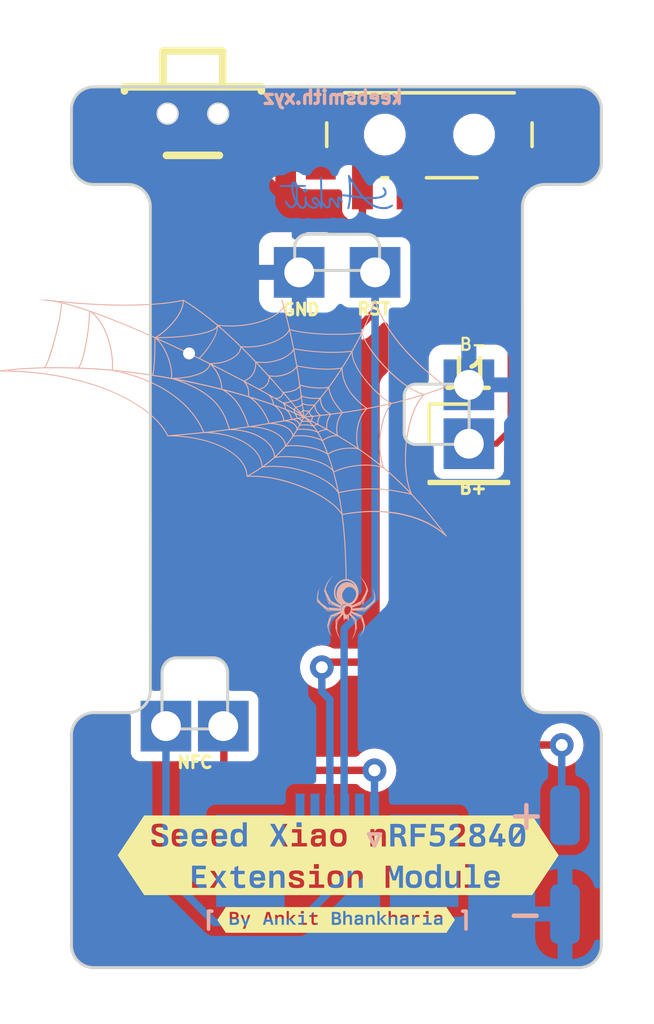
<source format=kicad_pcb>
(kicad_pcb (version 20221018) (generator pcbnew)
  (layers (0 "F.Cu" signal) (31 "B.Cu" signal) (34 "B.Paste" user) (35 "F.Paste" user) (36 "B.SilkS" user "B.Silkscreen") (37 "F.SilkS" user "F.Silkscreen") (38 "B.Mask" user) (39 "F.Mask" user) (44 "Edge.Cuts" user))
  (net 0 "")
  (net 1 "BAT_+")
  (net 2 "RST")
  (net 3 "GND")
  (net 5 "ENC_A")
  (net 6 "ENC_B")
  (net 7 "BAT_++")
  (footprint "kibuzzard-661B5F0D" (layer "F.Cu") (at 121.26 107.06)
    (fp_text reference "kibuzzard-661B5F0D" hide)
    (fp_text value "G***" hide)
  )
  (footprint "GraphicsKicad:snake" (layer "F.Cu") (at 118.74 94.13)
    (fp_text reference "G***" hide)
    (fp_text value "LOGO" hide)
  )
  (footprint "Button_Switch_SMD:SW_SPDT_PCM12" (layer "F.Cu") (at 124.325 83.205 180)
    (fp_text reference "SW2" hide)
    (fp_text value "SW_SPDT" hide)
  )
  (footprint "Connector_PinHeader_2.54mm:PinHeader_1x01_P2.54mm_Vertical" (layer "F.Cu") (at 115.475 102.725)
    (fp_text reference "J9" hide)
    (fp_text value "Conn_01x01" hide)
  )
  (footprint "Connector_PinHeader_2.54mm:PinHeader_1x01_P2.54mm_Vertical" (layer "F.Cu") (at 125.65 93.25)
    (fp_text reference "J1")
    (fp_text value "Conn_01x01_Pin")
  )
  (footprint "GraphicsKicad:snake" (layer "F.Cu") (at 118.74 94.13)
    (fp_text reference "G***" hide)
    (fp_text value "LOGO" hide)
  )
  (footprint "Connector_PinHeader_2.54mm:PinHeader_1x01_P2.54mm_Vertical" (layer "F.Cu") (at 122.5 87.5)
    (fp_text reference "J3" hide)
    (fp_text value "Conn_01x01_Pin" hide)
  )
  (footprint "Connector_PinHeader_2.54mm:PinHeader_1x01_P2.54mm_Vertical" (layer "F.Cu") (at 125.65 91.275)
    (fp_text reference "J4" hide)
    (fp_text value "Conn_01x01_Pin" hide)
  )
  (footprint "Button_Switch_SMD:TC24CA" (layer "F.Cu") (at 116.38 82.94867 180)
    (fp_text reference "U2" hide)
    (fp_text value "TS24CA" hide)
    (fp_circle (center -0.85 0.775) (end -0.5 0.775) (stroke (width 0.05)) (fill none) (layer "Edge.Cuts"))
    (fp_circle (center 0.85 0.775) (end 1.2 0.775) (stroke (width 0.05)) (fill none) (layer "Edge.Cuts"))
  )
  (footprint "GraphicsKicad:signature_small" (layer "F.Cu") (at 129.38 82.91 90)
    (fp_text reference "G***" hide)
    (fp_text value "LOGO" hide)
  )
  (footprint "Connector_PinHeader_2.54mm:PinHeader_1x01_P2.54mm_Vertical" (layer "F.Cu") (at 119.95 87.5)
    (fp_text reference "J2" hide)
    (fp_text value "Conn_01x01_Pin" hide)
  )
  (footprint "GraphicsKicad:signature_small" (layer "F.Cu") (at 129.38 82.91 90)
    (fp_text reference "G***" hide)
    (fp_text value "LOGO" hide)
  )
  (footprint "Connector_PinHeader_2.54mm:PinHeader_1x01_P2.54mm_Vertical" (layer "F.Cu") (at 117.4 102.725)
    (fp_text reference "J8" hide)
    (fp_text value "Conn_01x01" hide)
  )
  (footprint "kibuzzard-661B5F47" (layer "F.Cu") (at 121.19 109.23)
    (fp_text reference "kibuzzard-661B5F47" hide)
    (fp_text value "G***" hide)
  )
  (footprint "Connector_Wire:SolderWirePad_1x01_SMD_1x2mm" (layer "B.Cu") (at 128.88 105.72 180)
    (fp_text reference "J5" hide)
    (fp_text value "Conn_01x01_Pin" hide)
  )
  (footprint "Connector_Wire:SolderWirePad_1x01_SMD_1x2mm" (layer "B.Cu") (at 128.88 109.03 180)
    (fp_text reference "J6" hide)
    (fp_text value "Conn_01x01_Pin" hide)
  )
  (footprint "GraphicsKicad:signature" (layer "B.Cu") (at 121.29 85.14 180)
    (fp_text reference "G***" hide)
    (fp_text value "LOGO" hide)
  )
  (footprint "GraphicsKicad:spider" (layer "B.Cu") (at 117.399999 95.91708 180)
    (fp_text reference "G***" hide)
    (fp_text value "LOGO" hide)
  )
  (footprint "GraphicsKicad:signature" (layer "B.Cu") (at 121.29 85.14 180)
    (fp_text reference "G***" hide)
    (fp_text value "LOGO" hide)
  )
  (footprint "Connector_FFC-FPC:TE_0-1734839-6_1x06-1MP_P0.5mm_Horizontal" (layer "B.Cu") (at 121.23 106.895 180)
    (fp_text reference "J10" hide)
    (fp_text value "Conn_01x05")
  )
  (gr_arc (start 120.190001 87.435032) (mid 119.914227 87.320783) (end 119.8 87.045) (stroke (width 0.1)) (layer "Edge.Cuts"))
  (gr_line (start 115.842092 100.431592) (end 117.04625 100.431592) (stroke (width 0.1)) (layer "Edge.Cuts"))
  (gr_line (start 119.8 86.65) (end 119.8 87.045) (stroke (width 0.1)) (layer "Edge.Cuts"))
  (gr_arc (start 112.3 82.025) (mid 112.51967 81.49467) (end 113.05 81.275) (stroke (width 0.1)) (layer "Edge.Cuts"))
  (gr_arc (start 117.04625 100.431592) (mid 117.399774 100.578056) (end 117.54625 100.931592) (stroke (width 0.1)) (layer "Edge.Cuts"))
  (gr_arc (start 123.864406 93.27563) (mid 123.59 93.16) (end 123.47429 92.885627) (stroke (width 0.1)) (layer "Edge.Cuts"))
  (gr_line (start 115.34 102.82) (end 117.54625 102.82) (stroke (width 0.1)) (layer "Edge.Cuts"))
  (gr_line (start 127.450211 85.299995) (end 127.45 101.525) (stroke (width 0.1)) (layer "Edge.Cuts"))
  (gr_line (start 112.3 83.8) (end 112.3 82.025) (stroke (width 0.1)) (layer "Edge.Cuts"))
  (gr_arc (start 119.8 86.65) (mid 119.925944 86.345944) (end 120.23 86.22) (stroke (width 0.1)) (layer "Edge.Cuts"))
  (gr_arc (start 128.199999 102.275001) (mid 127.669669 102.05533) (end 127.45 101.525) (stroke (width 0.1)) (layer "Edge.Cuts"))
  (gr_arc (start 115.342092 100.931592) (mid 115.488539 100.578039) (end 115.842092 100.431592) (stroke (width 0.1)) (layer "Edge.Cuts"))
  (gr_line (start 117.54625 100.931592) (end 117.54625 102.46425) (stroke (width 0.1)) (layer "Edge.Cuts"))
  (gr_line (start 120.190001 87.435032) (end 122.260038 87.435288) (stroke (width 0.1)) (layer "Edge.Cuts"))
  (gr_line (start 113.05 84.55) (end 114.199143 84.549976) (stroke (width 0.1)) (layer "Edge.Cuts"))
  (gr_arc (start 130.1 110.07967) (mid 129.880331 110.61) (end 129.350001 110.82967) (stroke (width 0.1)) (layer "Edge.Cuts"))
  (gr_line (start 113.05 102.275) (end 114.200001 102.275001) (stroke (width 0.1)) (layer "Edge.Cuts"))
  (gr_line (start 122.65 86.65) (end 122.65 87.045) (stroke (width 0.1)) (layer "Edge.Cuts"))
  (gr_line (start 129.35 84.55) (end 128.2 84.55) (stroke (width 0.1)) (layer "Edge.Cuts"))
  (gr_line (start 130.099999 104.741753) (end 130.1 110.07967) (stroke (width 0.1)) (layer "Edge.Cuts"))
  (gr_line (start 123.864406 93.27563) (end 125.16 93.27) (stroke (width 0.1)) (layer "Edge.Cuts"))
  (gr_line (start 114.95 101.525) (end 114.949142 85.299977) (stroke (width 0.1)) (layer "Edge.Cuts"))
  (gr_line (start 123.476662 91.613616) (end 123.47429 92.885627) (stroke (width 0.1)) (layer "Edge.Cuts"))
  (gr_arc (start 113.05033 110.829671) (mid 112.52 110.61) (end 112.300331 110.07967) (stroke (width 0.1)) (layer "Edge.Cuts"))
  (gr_line (start 120.23 86.22) (end 122.22 86.22) (stroke (width 0.1)) (layer "Edge.Cuts"))
  (gr_arc (start 114.199143 84.549976) (mid 114.729473 84.769647) (end 114.949142 85.299977) (stroke (width 0.1)) (layer "Edge.Cuts"))
  (gr_line (start 130.1 82.025) (end 130.1 83.8) (stroke (width 0.1)) (layer "Edge.Cuts"))
  (gr_line (start 117.54625 102.82) (end 117.54625 102.46425) (stroke (width 0.1)) (layer "Edge.Cuts"))
  (gr_line (start 125.66 91.25) (end 125.15 91.25) (stroke (width 0.1)) (layer "Edge.Cuts"))
  (gr_line (start 128.199999 102.275001) (end 129.35 102.275) (stroke (width 0.1)) (layer "Edge.Cuts"))
  (gr_arc (start 114.95 101.525) (mid 114.730331 102.05533) (end 114.200001 102.275001) (stroke (width 0.1)) (layer "Edge.Cuts"))
  (gr_arc (start 122.65 87.045) (mid 122.535803 87.32086) (end 122.260038 87.435288) (stroke (width 0.1)) (layer "Edge.Cuts"))
  (gr_arc (start 122.22 86.22) (mid 122.524056 86.345944) (end 122.65 86.65) (stroke (width 0.1)) (layer "Edge.Cuts"))
  (gr_arc (start 112.3 103.025) (mid 112.51967 102.49467) (end 113.05 102.275) (stroke (width 0.1)) (layer "Edge.Cuts"))
  (gr_arc (start 129.35 81.275) (mid 129.88033 81.49467) (end 130.1 82.025) (stroke (width 0.1)) (layer "Edge.Cuts"))
  (gr_line (start 113.05 81.275) (end 129.35 81.275) (stroke (width 0.1)) (layer "Edge.Cuts"))
  (gr_line (start 115.34 102.46425) (end 115.342092 100.931592) (stroke (width 0.1)) (layer "Edge.Cuts"))
  (gr_arc (start 129.35 102.275) (mid 129.88033 102.49467) (end 130.1 103.025) (stroke (width 0.1)) (layer "Edge.Cuts"))
  (gr_line (start 129.350001 110.82967) (end 113.05033 110.829671) (stroke (width 0.1)) (layer "Edge.Cuts"))
  (gr_line (start 112.299534 104.774999) (end 112.3 103.025) (stroke (width 0.1)) (layer "Edge.Cuts"))
  (gr_arc (start 127.450211 85.299995) (mid 127.66961 84.769545) (end 128.2 84.55) (stroke (width 0.1)) (layer "Edge.Cuts"))
  (gr_arc (start 130.1 83.8) (mid 129.88033 84.33033) (end 129.35 84.55) (stroke (width 0.1)) (layer "Edge.Cuts"))
  (gr_line (start 130.099999 104.741753) (end 130.1 103.025) (stroke (width 0.1)) (layer "Edge.Cuts"))
  (gr_line (start 125.66 91.25) (end 125.66 93.26) (stroke (width 0.1)) (layer "Edge.Cuts"))
  (gr_line (start 112.299534 104.774999) (end 112.300331 110.07967) (stroke (width 0.1)) (layer "Edge.Cuts"))
  (gr_arc (start 123.476662 91.613616) (mid 123.618043 91.342083) (end 123.91 91.25) (stroke (width 0.1)) (layer "Edge.Cuts"))
  (gr_line (start 115.34 102.82) (end 115.34 102.46425) (stroke (width 0.1)) (layer "Edge.Cuts"))
  (gr_line (start 123.91 91.25) (end 125.15 91.25) (stroke (width 0.1)) (layer "Edge.Cuts"))
  (gr_line (start 125.66 93.26) (end 125.16 93.27) (stroke (width 0.1)) (layer "Edge.Cuts"))
  (gr_arc (start 113.05 84.55) (mid 112.51967 84.33033) (end 112.3 83.8) (stroke (width 0.1)) (layer "Edge.Cuts"))
  (gr_text "+" (at 128.3 106.27) (layer "B.SilkS") (effects (font (size 1 1)) (justify left bottom mirror)))
  (gr_text "-" (at 128.26 109.6) (layer "B.SilkS") (effects (font (size 1 1)) (justify left bottom mirror)))
  (gr_text "keebsmith.xyz" (at 123.49 81.89) (layer "B.SilkS") (effects (font (size 0.45 0.45) (thickness 0.1125)) (justify left bottom mirror)))
  (gr_text "B-" (at 125.3 90.15) (layer "F.SilkS") (effects (font (size 0.4 0.4) (thickness 0.075)) (justify left bottom)))
  (gr_text "RST" (at 121.85 88.96) (layer "F.SilkS") (effects (font (size 0.4 0.4) (thickness 0.1)) (justify left bottom)))
  (gr_text "B+" (at 125.275 94.975) (layer "F.SilkS") (effects (font (size 0.4 0.4) (thickness 0.1)) (justify left bottom)))
  (gr_text "GND" (at 119.34 88.98) (layer "F.SilkS") (effects (font (size 0.4 0.4) (thickness 0.1)) (justify left bottom)))
  (gr_text "NFC" (at 115.8 104.175) (layer "F.SilkS") (effects (font (size 0.4 0.4) (thickness 0.1)) (justify left bottom)))
  (segment (start 127.05 92.775) (end 127.05 88.11) (width 0.2) (layer "F.Cu") (net 1))
  (segment (start 126.575 93.25) (end 127.05 92.775) (width 0.2) (layer "F.Cu") (net 1))
  (segment (start 127.05 88.11) (end 123.575 84.635) (width 0.2) (layer "F.Cu") (net 1))
  (segment (start 125.65 93.25) (end 126.575 93.25) (width 0.2) (layer "F.Cu") (net 1))
  (segment (start 114.7036 83.72337) (end 116.74 85.75977) (width 0.25) (layer "F.Cu") (net 2))
  (segment (start 122 89.3) (end 122.5 88.8) (width 0.25) (layer "F.Cu") (net 2))
  (segment (start 116.74 88.19) (end 117.85 89.3) (width 0.25) (layer "F.Cu") (net 2))
  (segment (start 117.85 89.3) (end 122 89.3) (width 0.25) (layer "F.Cu") (net 2))
  (segment (start 116.74 85.75977) (end 116.74 88.19) (width 0.25) (layer "F.Cu") (net 2))
  (segment (start 122.5 88.8) (end 122.5 87.5) (width 0.25) (layer "F.Cu") (net 2))
  (segment (start 122.5 87.5) (end 122.5 98.42) (width 0.25) (layer "B.Cu") (net 2))
  (segment (start 122.5 98.42) (end 121.46 99.46) (width 0.25) (layer "B.Cu") (net 2))
  (segment (start 121.46 105.525) (end 121.48 105.545) (width 0.25) (layer "B.Cu") (net 2))
  (segment (start 121.46 99.46) (end 121.46 105.525) (width 0.25) (layer "B.Cu") (net 2))
  (via (at 116.25 90.22) (size 0.8) (drill 0.4) (layers "F.Cu" "B.Cu") (net 3))
  (segment (start 117.42 102.715) (end 117.4 102.695) (width 0.25) (layer "F.Cu") (net 5))
  (segment (start 117.42 104.21) (end 117.42 102.715) (width 0.25) (layer "F.Cu") (net 5))
  (segment (start 122.48 104.21) (end 117.42 104.21) (width 0.25) (layer "F.Cu") (net 5))
  (via (at 122.48 104.21) (size 0.8) (drill 0.4) (layers "F.Cu" "B.Cu") (net 5))
  (segment (start 122.48 105.545) (end 122.48 104.21) (width 0.25) (layer "B.Cu") (net 5))
  (segment (start 121.98 105.545) (end 121.98 107.27) (width 0.25) (layer "B.Cu") (net 6))
  (segment (start 121.98 107.27) (end 119.94 109.31) (width 0.25) (layer "B.Cu") (net 6))
  (segment (start 119.94 109.31) (end 117.1 109.31) (width 0.25) (layer "B.Cu") (net 6))
  (segment (start 117.1 109.31) (end 115.475 107.685) (width 0.25) (layer "B.Cu") (net 6))
  (segment (start 115.475 107.685) (end 115.475 102.695) (width 0.25) (layer "B.Cu") (net 6))
  (segment (start 123.11 93.31) (end 123.11 99.68) (width 0.25) (layer "F.Cu") (net 7))
  (segment (start 120.88 100.58) (end 120.71 100.75) (width 0.25) (layer "F.Cu") (net 7))
  (segment (start 122.075 85.835) (end 122.075 84.635) (width 0.25) (layer "F.Cu") (net 7))
  (segment (start 122.21 100.58) (end 120.88 100.58) (width 0.25) (layer "F.Cu") (net 7))
  (segment (start 123.11 99.68) (end 126.79 103.36) (width 0.25) (layer "F.Cu") (net 7))
  (segment (start 123.275 85.835) (end 122.075 85.835) (width 0.25) (layer "F.Cu") (net 7))
  (segment (start 124.02 88.57) (end 124.02 86.58) (width 0.25) (layer "F.Cu") (net 7))
  (segment (start 123.402893 89.187107) (end 124.02 88.57) (width 0.25) (layer "F.Cu") (net 7))
  (segment (start 123.402893 91.007107) (end 123.402893 89.187107) (width 0.25) (layer "F.Cu") (net 7))
  (segment (start 123.11 93.31) (end 123.11 91.3) (width 0.25) (layer "F.Cu") (net 7))
  (segment (start 124.02 86.58) (end 123.275 85.835) (width 0.25) (layer "F.Cu") (net 7))
  (segment (start 123.11 91.3) (end 123.402893 91.007107) (width 0.25) (layer "F.Cu") (net 7))
  (segment (start 126.79 103.36) (end 128.77 103.36) (width 0.25) (layer "F.Cu") (net 7))
  (segment (start 123.11 99.68) (end 122.21 100.58) (width 0.25) (layer "F.Cu") (net 7))
  (via (at 128.77 103.36) (size 0.8) (drill 0.4) (layers "F.Cu" "B.Cu") (net 7))
  (via (at 120.71 100.75) (size 0.8) (drill 0.4) (layers "F.Cu" "B.Cu") (net 7))
  (segment (start 120.71 100.75) (end 120.71 101.56) (width 0.25) (layer "B.Cu") (net 7))
  (segment (start 128.77 103.36) (end 128.77 105.61) (width 0.25) (layer "B.Cu") (net 7))
  (segment (start 120.71 101.56) (end 120.98 101.83) (width 0.25) (layer "B.Cu") (net 7))
  (segment (start 120.98 101.83) (end 120.98 105.545) (width 0.25) (layer "B.Cu") (net 7))
  (segment (start 128.77 105.61) (end 128.88 105.72) (width 0.25) (layer "B.Cu") (net 7))
  (zone (net 3) (net_name "GND") (layers "F&B.Cu") (connect_pads (clearance 0.33)) (min_thickness 0.25) (fill yes (thermal_gap 0.5) (thermal_bridge_width 0.5))
    (polygon (pts (xy 110.68 78.4) (xy 130.94 78.36) (xy 131.22 112.73) (xy 110.9 112.7)))
  )
)
</source>
